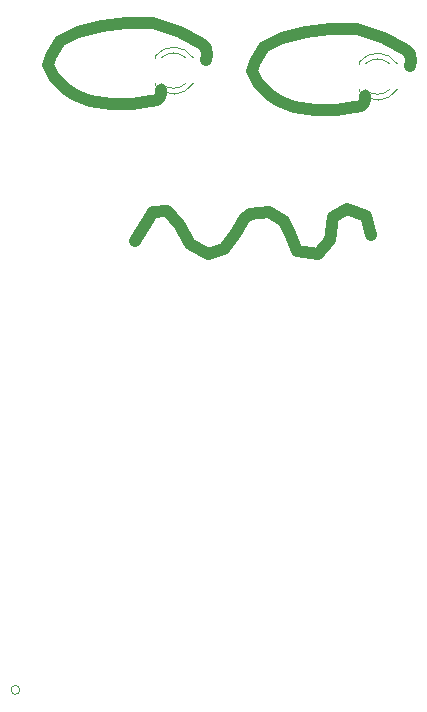
<source format=gbr>
%TF.GenerationSoftware,KiCad,Pcbnew,(5.1.9-0-10_14)*%
%TF.CreationDate,2021-10-18T11:04:09-07:00*%
%TF.ProjectId,ghost_pcb_2a,67686f73-745f-4706-9362-5f32612e6b69,rev?*%
%TF.SameCoordinates,Original*%
%TF.FileFunction,Legend,Top*%
%TF.FilePolarity,Positive*%
%FSLAX46Y46*%
G04 Gerber Fmt 4.6, Leading zero omitted, Abs format (unit mm)*
G04 Created by KiCad (PCBNEW (5.1.9-0-10_14)) date 2021-10-18 11:04:09*
%MOMM*%
%LPD*%
G01*
G04 APERTURE LIST*
%ADD10C,1.000000*%
%ADD11C,0.120000*%
G04 APERTURE END LIST*
D10*
X134112000Y-75946000D02*
X132588000Y-76200000D01*
X138520562Y-71131280D02*
X136652000Y-70104000D01*
X138855362Y-72511400D02*
X138992962Y-72064520D01*
X138933962Y-71521060D02*
X138520562Y-71131280D01*
X138520562Y-71131280D02*
X138520562Y-71131280D01*
X138992962Y-72064520D02*
X138933962Y-71521060D01*
X126492000Y-70866000D02*
X125730000Y-72136000D01*
X135024262Y-75620020D02*
X135118662Y-75336540D01*
X135118662Y-75336540D02*
X135118662Y-75053060D01*
X134268322Y-75950700D02*
X134740782Y-75903500D01*
X134740782Y-75903500D02*
X135024262Y-75620020D01*
X128016000Y-70104000D02*
X126492000Y-70866000D01*
X127762000Y-75438000D02*
X129032000Y-75946000D01*
X129032000Y-75946000D02*
X130810000Y-76200000D01*
X130048000Y-69596000D02*
X128016000Y-70104000D01*
X132334000Y-76200000D02*
X131064000Y-76200000D01*
X136652000Y-70104000D02*
X134366000Y-69342000D01*
X125476000Y-72898000D02*
X125984000Y-73914000D01*
X125730000Y-72136000D02*
X125476000Y-72898000D01*
X132080000Y-69342000D02*
X130048000Y-69596000D01*
X134366000Y-69342000D02*
X132080000Y-69342000D01*
X125984000Y-73914000D02*
X127000000Y-74930000D01*
X127000000Y-74930000D02*
X127762000Y-75438000D01*
X146304000Y-76454000D02*
X148082000Y-76708000D01*
X149606000Y-76708000D02*
X148336000Y-76708000D01*
X151384000Y-76454000D02*
X149860000Y-76708000D01*
X145034000Y-75946000D02*
X146304000Y-76454000D01*
X144272000Y-75438000D02*
X145034000Y-75946000D01*
X143256000Y-74422000D02*
X144272000Y-75438000D01*
X142748000Y-73406000D02*
X143256000Y-74422000D01*
X143002000Y-72644000D02*
X142748000Y-73406000D01*
X143764000Y-71374000D02*
X143002000Y-72644000D01*
X145288000Y-70612000D02*
X143764000Y-71374000D01*
X147320000Y-70104000D02*
X145288000Y-70612000D01*
X149352000Y-69850000D02*
X147320000Y-70104000D01*
X151638000Y-69850000D02*
X149352000Y-69850000D01*
X153924000Y-70612000D02*
X151638000Y-69850000D01*
X155792562Y-71639280D02*
X153924000Y-70612000D01*
X156205962Y-72029060D02*
X155792562Y-71639280D01*
X155792562Y-71639280D02*
X155792562Y-71639280D01*
X146598122Y-88689978D02*
X148335362Y-88890418D01*
X146063582Y-87420438D02*
X146598122Y-88689978D01*
X145529022Y-86150898D02*
X146063582Y-87420438D01*
X144259482Y-85415898D02*
X145529022Y-86150898D01*
X142655882Y-85549498D02*
X144259482Y-85415898D01*
X142121342Y-85950398D02*
X142655882Y-85549498D01*
X141453162Y-87153118D02*
X142121342Y-85950398D01*
X140384082Y-88489458D02*
X141453162Y-87153118D01*
X139047734Y-88890378D02*
X140384082Y-88489458D01*
X137577752Y-88088558D02*
X139047734Y-88890378D01*
X136642306Y-86351298D02*
X137577752Y-88088558D01*
X135573232Y-85282238D02*
X136642306Y-86351298D01*
X134370516Y-85415838D02*
X135573232Y-85282238D01*
X156264962Y-72572520D02*
X156205962Y-72029060D01*
X152478042Y-85750018D02*
X152878942Y-87353658D01*
X133702344Y-86484918D02*
X134370516Y-85415838D01*
X132900534Y-87821278D02*
X133702344Y-86484918D01*
X152390662Y-75844540D02*
X152390662Y-75561060D01*
X152296262Y-76128020D02*
X152390662Y-75844540D01*
X152012782Y-76411500D02*
X152296262Y-76128020D01*
X151540322Y-76458700D02*
X152012782Y-76411500D01*
X150807602Y-85148678D02*
X152478042Y-85750018D01*
X149644002Y-85833778D02*
X150807602Y-85148678D01*
X149376722Y-87771478D02*
X149644002Y-85833778D01*
X148335362Y-88890418D02*
X149376722Y-87771478D01*
X156127362Y-73019400D02*
X156264962Y-72572520D01*
D11*
%TO.C,D2*%
X134584000Y-74486000D02*
X134584000Y-74642000D01*
X134584000Y-72170000D02*
X134584000Y-72326000D01*
X137185130Y-74485837D02*
G75*
G02*
X135103039Y-74486000I-1041130J1079837D01*
G01*
X137185130Y-72326163D02*
G75*
G03*
X135103039Y-72326000I-1041130J-1079837D01*
G01*
X137816335Y-74484608D02*
G75*
G02*
X134584000Y-74641516I-1672335J1078608D01*
G01*
X137816335Y-72327392D02*
G75*
G03*
X134584000Y-72170484I-1672335J-1078608D01*
G01*
%TO.C,D1*%
X155088335Y-72835392D02*
G75*
G03*
X151856000Y-72678484I-1672335J-1078608D01*
G01*
X155088335Y-74992608D02*
G75*
G02*
X151856000Y-75149516I-1672335J1078608D01*
G01*
X154457130Y-72834163D02*
G75*
G03*
X152375039Y-72834000I-1041130J-1079837D01*
G01*
X154457130Y-74993837D02*
G75*
G02*
X152375039Y-74994000I-1041130J1079837D01*
G01*
X151856000Y-72678000D02*
X151856000Y-72834000D01*
X151856000Y-74994000D02*
X151856000Y-75150000D01*
%TO.C,BAT1*%
X123135400Y-125831600D02*
G75*
G03*
X123135400Y-125831600I-381000J0D01*
G01*
%TD*%
M02*

</source>
